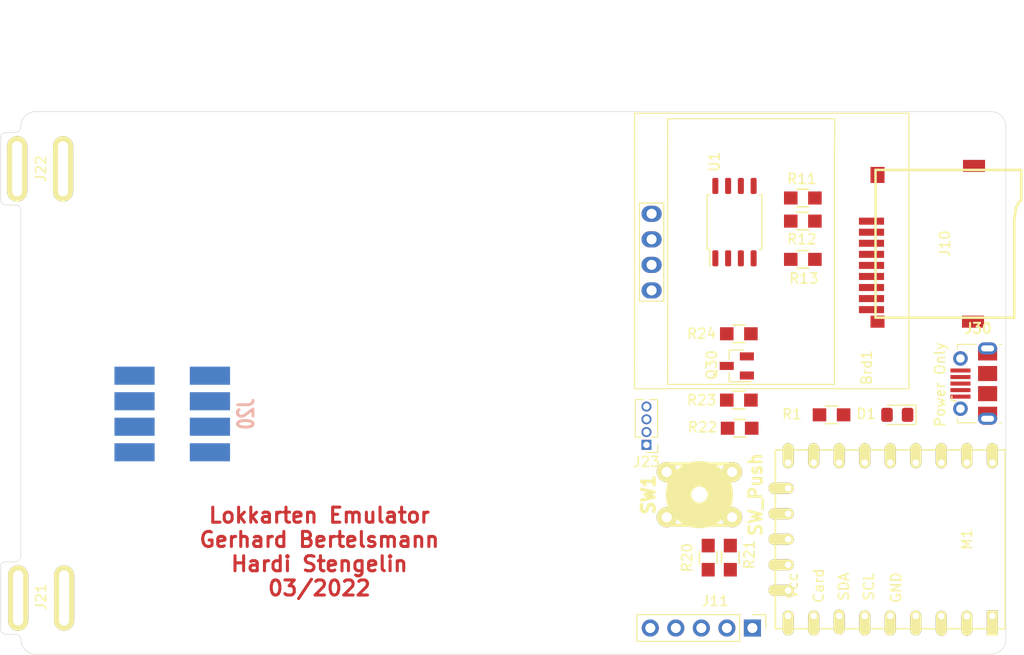
<source format=kicad_pcb>
(kicad_pcb (version 20171130) (host pcbnew 5.1.12-84ad8e8a86~92~ubuntu20.04.1)

  (general
    (thickness 1.6)
    (drawings 31)
    (tracks 0)
    (zones 0)
    (modules 22)
    (nets 56)
  )

  (page A4)
  (title_block
    (title "Lokkkarten Emulator")
    (date 2022-03-11)
    (rev 0.1)
    (comment 1 "Hardi Stengelin")
    (comment 2 "Gerhard Bertelsmann")
  )

  (layers
    (0 F.Cu signal)
    (31 B.Cu signal)
    (32 B.Adhes user)
    (33 F.Adhes user)
    (34 B.Paste user)
    (35 F.Paste user)
    (36 B.SilkS user)
    (37 F.SilkS user)
    (38 B.Mask user)
    (39 F.Mask user)
    (40 Dwgs.User user)
    (41 Cmts.User user)
    (42 Eco1.User user)
    (43 Eco2.User user)
    (44 Edge.Cuts user)
    (45 Margin user)
    (46 B.CrtYd user)
    (47 F.CrtYd user)
    (48 B.Fab user)
    (49 F.Fab user)
  )

  (setup
    (last_trace_width 0.3)
    (trace_clearance 0.2)
    (zone_clearance 0.508)
    (zone_45_only no)
    (trace_min 0.2)
    (via_size 0.8)
    (via_drill 0.4)
    (via_min_size 0.4)
    (via_min_drill 0.3)
    (uvia_size 0.3)
    (uvia_drill 0.1)
    (uvias_allowed no)
    (uvia_min_size 0.2)
    (uvia_min_drill 0.1)
    (edge_width 0.05)
    (segment_width 0.2)
    (pcb_text_width 0.3)
    (pcb_text_size 1.5 1.5)
    (mod_edge_width 0.12)
    (mod_text_size 1 1)
    (mod_text_width 0.15)
    (pad_size 1.4 0.8)
    (pad_drill 0)
    (pad_to_mask_clearance 0)
    (aux_axis_origin 0 0)
    (visible_elements FFFFFF7F)
    (pcbplotparams
      (layerselection 0x010fc_ffffffff)
      (usegerberextensions true)
      (usegerberattributes false)
      (usegerberadvancedattributes false)
      (creategerberjobfile false)
      (excludeedgelayer true)
      (linewidth 0.100000)
      (plotframeref false)
      (viasonmask false)
      (mode 1)
      (useauxorigin false)
      (hpglpennumber 1)
      (hpglpenspeed 20)
      (hpglpendiameter 15.000000)
      (psnegative false)
      (psa4output false)
      (plotreference true)
      (plotvalue false)
      (plotinvisibletext false)
      (padsonsilk false)
      (subtractmaskfromsilk true)
      (outputformat 1)
      (mirror false)
      (drillshape 0)
      (scaleselection 1)
      (outputdirectory "gerber/"))
  )

  (net 0 "")
  (net 1 VCC)
  (net 2 GND)
  (net 3 "Net-(D1-Pad2)")
  (net 4 +5V)
  (net 5 /MISO)
  (net 6 /CLK)
  (net 7 /MOSI)
  (net 8 /SCL)
  (net 9 /SDA)
  (net 10 /Card)
  (net 11 /MS2PWR)
  (net 12 "Net-(J20-Pad2)")
  (net 13 "Net-(J20-Pad4)")
  (net 14 "Net-(J20-Pad5)")
  (net 15 "Net-(J20-Pad7)")
  (net 16 "Net-(J21-Pad1)")
  (net 17 "Net-(J30-Pad2)")
  (net 18 "Net-(J30-Pad3)")
  (net 19 "Net-(J30-Pad4)")
  (net 20 "Net-(Q30-Pad1)")
  (net 21 "Net-(SW1-Pad2)")
  (net 22 "Net-(J10-Pad9)")
  (net 23 "Net-(J30-Pad6)")
  (net 24 "Net-(U1-Pad7)")
  (net 25 "Net-(U1-Pad3)")
  (net 26 /CS1)
  (net 27 /CS0)
  (net 28 "Net-(M1-Pad30)")
  (net 29 "Net-(M1-Pad8)")
  (net 30 "Net-(M1-Pad9)")
  (net 31 "Net-(M1-Pad10)")
  (net 32 "Net-(M1-Pad11)")
  (net 33 "Net-(M1-Pad12)")
  (net 34 "Net-(M1-Pad13)")
  (net 35 "Net-(M1-Pad32)")
  (net 36 "Net-(M1-Pad1)")
  (net 37 "Net-(M1-Pad2)")
  (net 38 "Net-(M1-Pad3)")
  (net 39 "Net-(M1-Pad4)")
  (net 40 "Net-(M1-Pad5)")
  (net 41 "Net-(M1-Pad6)")
  (net 42 "Net-(M1-Pad7)")
  (net 43 "Net-(M1-Pad14)")
  (net 44 "Net-(M1-Pad15)")
  (net 45 "Net-(M1-Pad26)")
  (net 46 "Net-(M1-Pad27)")
  (net 47 "Net-(M1-Pad28)")
  (net 48 "Net-(M1-Pad29)")
  (net 49 "Net-(M1-Pad31)")
  (net 50 "Net-(M1-Pad0)")
  (net 51 "Net-(Brd1-Pad2)")
  (net 52 "Net-(Brd1-Pad1)")
  (net 53 "Net-(Brd1-Pad3)")
  (net 54 "Net-(Brd1-Pad4)")
  (net 55 "Net-(SW1-Pad1)")

  (net_class Default "This is the default net class."
    (clearance 0.2)
    (trace_width 0.3)
    (via_dia 0.8)
    (via_drill 0.4)
    (uvia_dia 0.3)
    (uvia_drill 0.1)
    (add_net /CLK)
    (add_net /CS0)
    (add_net /CS1)
    (add_net /Card)
    (add_net /MISO)
    (add_net /MOSI)
    (add_net /SCL)
    (add_net /SDA)
    (add_net "Net-(Brd1-Pad1)")
    (add_net "Net-(Brd1-Pad2)")
    (add_net "Net-(Brd1-Pad3)")
    (add_net "Net-(Brd1-Pad4)")
    (add_net "Net-(D1-Pad2)")
    (add_net "Net-(J10-Pad9)")
    (add_net "Net-(J20-Pad2)")
    (add_net "Net-(J20-Pad4)")
    (add_net "Net-(J20-Pad5)")
    (add_net "Net-(J20-Pad7)")
    (add_net "Net-(J21-Pad1)")
    (add_net "Net-(J30-Pad2)")
    (add_net "Net-(J30-Pad3)")
    (add_net "Net-(J30-Pad4)")
    (add_net "Net-(J30-Pad6)")
    (add_net "Net-(M1-Pad0)")
    (add_net "Net-(M1-Pad1)")
    (add_net "Net-(M1-Pad10)")
    (add_net "Net-(M1-Pad11)")
    (add_net "Net-(M1-Pad12)")
    (add_net "Net-(M1-Pad13)")
    (add_net "Net-(M1-Pad14)")
    (add_net "Net-(M1-Pad15)")
    (add_net "Net-(M1-Pad2)")
    (add_net "Net-(M1-Pad26)")
    (add_net "Net-(M1-Pad27)")
    (add_net "Net-(M1-Pad28)")
    (add_net "Net-(M1-Pad29)")
    (add_net "Net-(M1-Pad3)")
    (add_net "Net-(M1-Pad30)")
    (add_net "Net-(M1-Pad31)")
    (add_net "Net-(M1-Pad32)")
    (add_net "Net-(M1-Pad4)")
    (add_net "Net-(M1-Pad5)")
    (add_net "Net-(M1-Pad6)")
    (add_net "Net-(M1-Pad7)")
    (add_net "Net-(M1-Pad8)")
    (add_net "Net-(M1-Pad9)")
    (add_net "Net-(Q30-Pad1)")
    (add_net "Net-(SW1-Pad1)")
    (add_net "Net-(SW1-Pad2)")
    (add_net "Net-(U1-Pad3)")
    (add_net "Net-(U1-Pad7)")
  )

  (net_class Power ""
    (clearance 0.2)
    (trace_width 0.5)
    (via_dia 0.8)
    (via_drill 0.4)
    (uvia_dia 0.3)
    (uvia_drill 0.1)
    (add_net +5V)
    (add_net /MS2PWR)
    (add_net GND)
    (add_net VCC)
  )

  (module Resistors_SMD:R_0805_HandSolderingII (layer F.Cu) (tedit 61A5FE06) (tstamp 620A174D)
    (at 171.432 128.709 180)
    (descr "Resistor SMD 0805, hand soldering")
    (tags "resistor 0805")
    (path /621B31C1)
    (attr smd)
    (fp_text reference R23 (at 3.7 0) (layer F.SilkS)
      (effects (font (size 1 1) (thickness 0.15)))
    )
    (fp_text value 1k (at 0 2.1) (layer F.Fab)
      (effects (font (size 1 1) (thickness 0.15)))
    )
    (fp_line (start -2.2 -1) (end 2.2 -1) (layer F.CrtYd) (width 0.05))
    (fp_line (start -2.2 1) (end 2.2 1) (layer F.CrtYd) (width 0.05))
    (fp_line (start -2.2 -1) (end -2.2 1) (layer F.CrtYd) (width 0.05))
    (fp_line (start 2.2 -1) (end 2.2 1) (layer F.CrtYd) (width 0.05))
    (fp_line (start 0.6 0.875) (end -0.6 0.875) (layer F.SilkS) (width 0.15))
    (fp_line (start -0.6 -0.875) (end 0.6 -0.875) (layer F.SilkS) (width 0.15))
    (pad 1 smd rect (at -1.2 0 180) (size 1.35 1.3) (layers F.Cu F.Paste F.Mask)
      (net 10 /Card))
    (pad 2 smd rect (at 1.2 0 180) (size 1.35 1.3) (layers F.Cu F.Paste F.Mask)
      (net 20 "Net-(Q30-Pad1)"))
    (model ${KISYS3DMOD}/Resistor_SMD.3dshapes/R_0805_2012Metric.step
      (at (xyz 0 0 0))
      (scale (xyz 1 1 1))
      (rotate (xyz 0 0 0))
    )
  )

  (module Resistors_SMD:R_0805_HandSolderingII (layer F.Cu) (tedit 61A5FE06) (tstamp 620A1741)
    (at 171.5135 131.5085)
    (descr "Resistor SMD 0805, hand soldering")
    (tags "resistor 0805")
    (path /621B397D)
    (attr smd)
    (fp_text reference R22 (at -3.7 -0.1) (layer F.SilkS)
      (effects (font (size 1 1) (thickness 0.15)))
    )
    (fp_text value 1k (at 0 2.1) (layer F.Fab) hide
      (effects (font (size 1 1) (thickness 0.15)))
    )
    (fp_line (start -0.6 -0.875) (end 0.6 -0.875) (layer F.SilkS) (width 0.15))
    (fp_line (start 0.6 0.875) (end -0.6 0.875) (layer F.SilkS) (width 0.15))
    (fp_line (start 2.2 -1) (end 2.2 1) (layer F.CrtYd) (width 0.05))
    (fp_line (start -2.2 -1) (end -2.2 1) (layer F.CrtYd) (width 0.05))
    (fp_line (start -2.2 1) (end 2.2 1) (layer F.CrtYd) (width 0.05))
    (fp_line (start -2.2 -1) (end 2.2 -1) (layer F.CrtYd) (width 0.05))
    (pad 2 smd rect (at 1.2 0) (size 1.35 1.3) (layers F.Cu F.Paste F.Mask)
      (net 10 /Card))
    (pad 1 smd rect (at -1.2 0) (size 1.35 1.3) (layers F.Cu F.Paste F.Mask)
      (net 1 VCC))
    (model ${KISYS3DMOD}/Resistor_SMD.3dshapes/R_0805_2012Metric.step
      (at (xyz 0 0 0))
      (scale (xyz 1 1 1))
      (rotate (xyz 0 0 0))
    )
  )

  (module w_switch:PCB_PUSH (layer F.Cu) (tedit 0) (tstamp 622C8D9C)
    (at 167.513 138.1125 90)
    (descr "PCB pushbutton, Tyco FSM6x6 series")
    (tags pushbutton)
    (path /62428719)
    (fp_text reference SW1 (at 0 -5.08 90) (layer F.SilkS)
      (effects (font (size 1.27 1.27) (thickness 0.3175)))
    )
    (fp_text value SW_Push (at 0 5.588 90) (layer F.SilkS)
      (effects (font (size 1.27 1.27) (thickness 0.254)))
    )
    (fp_line (start -3.048 -3.048) (end 3.048 -3.048) (layer F.SilkS) (width 0.3048))
    (fp_line (start 3.048 -3.048) (end 3.048 3.048) (layer F.SilkS) (width 0.3048))
    (fp_line (start 3.048 3.048) (end -3.048 3.048) (layer F.SilkS) (width 0.3048))
    (fp_line (start -3.048 3.048) (end -3.048 -3.048) (layer F.SilkS) (width 0.3048))
    (fp_circle (center 0 0) (end -0.762 0.254) (layer F.SilkS) (width 2.54))
    (pad 3 thru_hole circle (at -2.25044 3.2512 90) (size 1.99898 1.99898) (drill 1.00076) (layers *.Cu *.Mask F.SilkS))
    (pad 4 thru_hole circle (at 2.25044 -3.2512 90) (size 1.99898 1.99898) (drill 1.00076) (layers *.Cu *.Mask F.SilkS))
    (pad 2 thru_hole circle (at 2.25044 3.2512 90) (size 1.99898 1.99898) (drill 1.00076) (layers *.Cu *.Mask F.SilkS)
      (net 21 "Net-(SW1-Pad2)"))
    (pad 1 thru_hole circle (at -2.25044 -3.2512 90) (size 1.99898 1.99898) (drill 1.00076) (layers *.Cu *.Mask F.SilkS)
      (net 55 "Net-(SW1-Pad1)"))
    (model walter/switch/pcb_push.wrl
      (at (xyz 0 0 0))
      (scale (xyz 1 1 1))
      (rotate (xyz 0 0 0))
    )
  )

  (module Lokkarten:128x64OLED (layer F.Cu) (tedit 622B5961) (tstamp 622C79BE)
    (at 173.355 114.173 90)
    (path /6241CB55)
    (fp_text reference Brd1 (at -11.303 10.795 90) (layer F.SilkS)
      (effects (font (size 1 1) (thickness 0.15)))
    )
    (fp_text value SSD1306 (at -7.747 -7.62 90) (layer F.Fab)
      (effects (font (size 1 1) (thickness 0.15)))
    )
    (fp_line (start -13.4 -12.3) (end 14 -12.3) (layer F.SilkS) (width 0.12))
    (fp_line (start 14 -12.3) (end 14 15) (layer F.SilkS) (width 0.12))
    (fp_line (start 14 15) (end -13.4 15) (layer F.SilkS) (width 0.12))
    (fp_line (start -13.4 15) (end -13.4 -12.3) (layer F.SilkS) (width 0.12))
    (fp_line (start 10.122 7.595) (end -12.978 7.595) (layer F.SilkS) (width 0.12))
    (fp_line (start -12.978 7.595) (end -12.978 -9.005) (layer F.SilkS) (width 0.12))
    (fp_line (start -12.978 -9.005) (end 10.122 -9.005) (layer F.SilkS) (width 0.12))
    (fp_line (start -4.699 -11.811) (end 5.08 -11.811) (layer F.SilkS) (width 0.12))
    (fp_line (start 5.08 -11.811) (end 5.08 -9.398) (layer F.SilkS) (width 0.12))
    (fp_line (start 5.08 -9.398) (end -4.699 -9.398) (layer F.SilkS) (width 0.12))
    (fp_line (start -4.699 -11.811) (end -4.699 -9.398) (layer F.SilkS) (width 0.12))
    (fp_line (start 10.122 -9.005) (end 13.208 -9.005) (layer F.SilkS) (width 0.12))
    (fp_line (start 10.122 7.595) (end 13.462 7.62) (layer F.SilkS) (width 0.12))
    (fp_line (start 13.462 7.62) (end 13.462 -9.017) (layer F.SilkS) (width 0.12))
    (fp_line (start 13.462 -9.017) (end 13.208 -9.005) (layer F.SilkS) (width 0.12))
    (pad 2 thru_hole oval (at -1.08 -10.6 180) (size 2 1.6) (drill 1) (layers *.Cu *.Mask)
      (net 51 "Net-(Brd1-Pad2)"))
    (pad 1 thru_hole oval (at -3.62 -10.6 180) (size 2 1.6) (drill 1) (layers *.Cu *.Mask)
      (net 52 "Net-(Brd1-Pad1)"))
    (pad 3 thru_hole oval (at 1.46 -10.6 180) (size 2 1.6) (drill 1) (layers *.Cu *.Mask)
      (net 53 "Net-(Brd1-Pad3)"))
    (pad 4 thru_hole oval (at 4 -10.6 180) (size 2 1.6) (drill 1) (layers *.Cu *.Mask)
      (net 54 "Net-(Brd1-Pad4)"))
    (pad "" np_thru_hole oval (at -10.8 -10.7 270) (size 3 3) (drill 3) (layers *.Cu *.Mask))
    (pad "" np_thru_hole circle (at 11.3 -10.7 270) (size 3 3) (drill 3) (layers *.Cu *.Mask))
    (pad "" np_thru_hole circle (at 11.4 13.4 270) (size 3 3) (drill 3) (layers *.Cu *.Mask))
    (pad "" np_thru_hole circle (at -10.8 13.4 270) (size 3 3) (drill 3) (layers *.Cu *.Mask))
  )

  (module Lokkarten:PI_PICO_ZERO (layer F.Cu) (tedit 622B4B9D) (tstamp 622BFCCE)
    (at 186.4995 142.5575 270)
    (descr Module)
    (tags "Rasperry Pi Pico Zero")
    (path /6240208A)
    (fp_text reference M1 (at 0 -7.62 270) (layer F.SilkS)
      (effects (font (size 1 1) (thickness 0.15)))
    )
    (fp_text value PI_PICO_ZERO (at 0 -3.81 270) (layer F.Fab) hide
      (effects (font (size 1 1) (thickness 0.15)))
    )
    (fp_line (start -8.89 -11.43) (end -8.89 11.43) (layer F.SilkS) (width 0.1524))
    (fp_line (start 8.89 -11.43) (end 8.89 11.43) (layer F.SilkS) (width 0.1524))
    (fp_line (start 8.89 -11.43) (end -8.89 -11.43) (layer F.SilkS) (width 0.1524))
    (fp_line (start -8.89 -11.43) (end 8.89 -11.43) (layer F.CrtYd) (width 0.05))
    (fp_line (start -8.89 11.43) (end 8.89 11.43) (layer F.SilkS) (width 0.1524))
    (fp_line (start -8.89 11.43) (end -8.89 -11.43) (layer F.CrtYd) (width 0.05))
    (fp_line (start 8.89 11.43) (end -8.89 11.43) (layer F.CrtYd) (width 0.05))
    (fp_line (start 8.89 -11.43) (end 8.89 11.43) (layer F.CrtYd) (width 0.05))
    (pad 30 thru_hole oval (at -7.62 -5.08 270) (size 2.5 1.1) (drill 0.65 (offset -0.7 0)) (layers *.Cu *.Mask F.SilkS)
      (net 28 "Net-(M1-Pad30)"))
    (pad 8 thru_hole oval (at 7.62 10.16 90) (size 2.5 1.1) (drill 0.65 (offset -0.7 0)) (layers *.Cu *.Mask F.SilkS)
      (net 29 "Net-(M1-Pad8)"))
    (pad 9 thru_hole oval (at 5.08 10.16) (size 2.5 1.1) (drill 0.65 (offset -0.7 0)) (layers *.Cu *.Mask F.SilkS)
      (net 30 "Net-(M1-Pad9)"))
    (pad 10 thru_hole oval (at 2.54 10.16) (size 2.5 1.1) (drill 0.65 (offset -0.7 0)) (layers *.Cu *.Mask F.SilkS)
      (net 31 "Net-(M1-Pad10)"))
    (pad 11 thru_hole oval (at 0 10.16) (size 2.5 1.1) (drill 0.65 (offset -0.7 0)) (layers *.Cu *.Mask F.SilkS)
      (net 32 "Net-(M1-Pad11)"))
    (pad 12 thru_hole oval (at -2.54 10.16) (size 2.5 1.1) (drill 0.65 (offset -0.7 0)) (layers *.Cu *.Mask F.SilkS)
      (net 33 "Net-(M1-Pad12)"))
    (pad 13 thru_hole oval (at -5.08 10.16) (size 2.5 1.1) (drill 0.65 (offset -0.7 0)) (layers *.Cu *.Mask F.SilkS)
      (net 34 "Net-(M1-Pad13)"))
    (pad 32 thru_hole oval (at -7.62 -10.16 90) (size 2.5 1.1) (drill 0.65 (offset 0.7 0)) (layers *.Cu *.Mask F.SilkS)
      (net 35 "Net-(M1-Pad32)"))
    (pad 1 thru_hole oval (at 7.65 -7.62 270) (size 2.5 1.1) (drill 0.65 (offset 0.7 0)) (layers *.Cu *.Mask F.SilkS)
      (net 36 "Net-(M1-Pad1)"))
    (pad 2 thru_hole oval (at 7.65 -5.08 270) (size 2.5 1.1) (drill 0.65 (offset 0.7 0)) (layers *.Cu *.Mask F.SilkS)
      (net 37 "Net-(M1-Pad2)"))
    (pad 3 thru_hole oval (at 7.62 -2.54 270) (size 2.5 1.1) (drill 0.65 (offset 0.7 0)) (layers *.Cu *.Mask F.SilkS)
      (net 38 "Net-(M1-Pad3)"))
    (pad 4 thru_hole oval (at 7.62 0 270) (size 2.5 1.1) (drill 0.65 (offset 0.7 0)) (layers *.Cu *.Mask F.SilkS)
      (net 39 "Net-(M1-Pad4)"))
    (pad 5 thru_hole oval (at 7.62 2.54 270) (size 2.5 1.1) (drill 0.65 (offset 0.7 0)) (layers *.Cu *.Mask F.SilkS)
      (net 40 "Net-(M1-Pad5)"))
    (pad 6 thru_hole oval (at 7.62 5.08 270) (size 2.5 1.1) (drill 0.65 (offset 0.6 0)) (layers *.Cu *.Mask F.SilkS)
      (net 41 "Net-(M1-Pad6)"))
    (pad 7 thru_hole oval (at 7.62 7.62 270) (size 2.5 1.1) (drill 0.65 (offset 0.7 0)) (layers *.Cu *.Mask F.SilkS)
      (net 42 "Net-(M1-Pad7)"))
    (pad 14 thru_hole oval (at -7.62 10.16 270) (size 2.5 1.1) (drill 0.65 (offset -0.7 0)) (layers *.Cu *.Mask F.SilkS)
      (net 43 "Net-(M1-Pad14)"))
    (pad 15 thru_hole oval (at -7.62 7.62 270) (size 2.5 1.1) (drill 0.65 (offset -0.7 0)) (layers *.Cu *.Mask F.SilkS)
      (net 44 "Net-(M1-Pad15)"))
    (pad 26 thru_hole oval (at -7.62 5.08 270) (size 2.5 1.1) (drill 0.65 (offset -0.7 0)) (layers *.Cu *.Mask F.SilkS)
      (net 45 "Net-(M1-Pad26)"))
    (pad 27 thru_hole oval (at -7.62 2.54 270) (size 2.5 1.1) (drill 0.65 (offset -0.7 0)) (layers *.Cu *.Mask F.SilkS)
      (net 46 "Net-(M1-Pad27)"))
    (pad 28 thru_hole oval (at -7.62 0 270) (size 2.5 1.1) (drill 0.65 (offset -0.7 0)) (layers *.Cu *.Mask F.SilkS)
      (net 47 "Net-(M1-Pad28)"))
    (pad 29 thru_hole oval (at -7.62 -2.54 270) (size 2.5 1.1) (drill 0.65 (offset -0.7 0)) (layers *.Cu *.Mask F.SilkS)
      (net 48 "Net-(M1-Pad29)"))
    (pad 31 thru_hole oval (at -7.62 -7.62 270) (size 2.5 1.1) (drill 0.65 (offset -0.7 0)) (layers *.Cu *.Mask F.SilkS)
      (net 49 "Net-(M1-Pad31)"))
    (pad 0 thru_hole rect (at 7.62 -10.16 90) (size 2.5 1.1) (drill 0.65 (offset -0.7 0)) (layers *.Cu *.Mask F.SilkS)
      (net 50 "Net-(M1-Pad0)"))
    (model ${KIPRJMOD}/Lokkarten.pretty/RP2040_Zero.stp
      (offset (xyz -9 -11.9 3))
      (scale (xyz 1 1 1))
      (rotate (xyz 0 0 0))
    )
  )

  (module Package_SO:SOIC-8_5.23x5.23mm_P1.27mm (layer F.Cu) (tedit 5D9F72B1) (tstamp 622B3BB5)
    (at 171 111 90)
    (descr "SOIC, 8 Pin (http://www.winbond.com/resource-files/w25q32jv%20revg%2003272018%20plus.pdf#page=68), generated with kicad-footprint-generator ipc_gullwing_generator.py")
    (tags "SOIC SO")
    (path /623918D5)
    (attr smd)
    (fp_text reference U1 (at 6 -2 90) (layer F.SilkS)
      (effects (font (size 1 1) (thickness 0.15)))
    )
    (fp_text value W25Q128JVS (at 0 -4 90) (layer F.Fab)
      (effects (font (size 1 1) (thickness 0.15)))
    )
    (fp_text user %R (at 0 0 90) (layer F.Fab)
      (effects (font (size 1 1) (thickness 0.15)))
    )
    (fp_line (start 0 2.725) (end 2.725 2.725) (layer F.SilkS) (width 0.12))
    (fp_line (start 2.725 2.725) (end 2.725 2.465) (layer F.SilkS) (width 0.12))
    (fp_line (start 0 2.725) (end -2.725 2.725) (layer F.SilkS) (width 0.12))
    (fp_line (start -2.725 2.725) (end -2.725 2.465) (layer F.SilkS) (width 0.12))
    (fp_line (start 0 -2.725) (end 2.725 -2.725) (layer F.SilkS) (width 0.12))
    (fp_line (start 2.725 -2.725) (end 2.725 -2.465) (layer F.SilkS) (width 0.12))
    (fp_line (start 0 -2.725) (end -2.725 -2.725) (layer F.SilkS) (width 0.12))
    (fp_line (start -2.725 -2.725) (end -2.725 -2.465) (layer F.SilkS) (width 0.12))
    (fp_line (start -2.725 -2.465) (end -4.4 -2.465) (layer F.SilkS) (width 0.12))
    (fp_line (start -1.615 -2.615) (end 2.615 -2.615) (layer F.Fab) (width 0.1))
    (fp_line (start 2.615 -2.615) (end 2.615 2.615) (layer F.Fab) (width 0.1))
    (fp_line (start 2.615 2.615) (end -2.615 2.615) (layer F.Fab) (width 0.1))
    (fp_line (start -2.615 2.615) (end -2.615 -1.615) (layer F.Fab) (width 0.1))
    (fp_line (start -2.615 -1.615) (end -1.615 -2.615) (layer F.Fab) (width 0.1))
    (fp_line (start -4.65 -2.86) (end -4.65 2.86) (layer F.CrtYd) (width 0.05))
    (fp_line (start -4.65 2.86) (end 4.65 2.86) (layer F.CrtYd) (width 0.05))
    (fp_line (start 4.65 2.86) (end 4.65 -2.86) (layer F.CrtYd) (width 0.05))
    (fp_line (start 4.65 -2.86) (end -4.65 -2.86) (layer F.CrtYd) (width 0.05))
    (pad 8 smd roundrect (at 3.6 -1.905 90) (size 1.6 0.6) (layers F.Cu F.Paste F.Mask) (roundrect_rratio 0.25)
      (net 1 VCC))
    (pad 7 smd roundrect (at 3.6 -0.635 90) (size 1.6 0.6) (layers F.Cu F.Paste F.Mask) (roundrect_rratio 0.25)
      (net 24 "Net-(U1-Pad7)"))
    (pad 6 smd roundrect (at 3.6 0.635 90) (size 1.6 0.6) (layers F.Cu F.Paste F.Mask) (roundrect_rratio 0.25)
      (net 6 /CLK))
    (pad 5 smd roundrect (at 3.6 1.905 90) (size 1.6 0.6) (layers F.Cu F.Paste F.Mask) (roundrect_rratio 0.25)
      (net 7 /MOSI))
    (pad 4 smd roundrect (at -3.6 1.905 90) (size 1.6 0.6) (layers F.Cu F.Paste F.Mask) (roundrect_rratio 0.25)
      (net 2 GND))
    (pad 3 smd roundrect (at -3.6 0.635 90) (size 1.6 0.6) (layers F.Cu F.Paste F.Mask) (roundrect_rratio 0.25)
      (net 25 "Net-(U1-Pad3)"))
    (pad 2 smd roundrect (at -3.6 -0.635 90) (size 1.6 0.6) (layers F.Cu F.Paste F.Mask) (roundrect_rratio 0.25)
      (net 5 /MISO))
    (pad 1 smd roundrect (at -3.6 -1.905 90) (size 1.6 0.6) (layers F.Cu F.Paste F.Mask) (roundrect_rratio 0.25)
      (net 26 /CS1))
    (model ${KISYS3DMOD}/Package_SO.3dshapes/SOIC-8_5.23x5.23mm_P1.27mm.wrl
      (at (xyz 0 0 0))
      (scale (xyz 1 1 1))
      (rotate (xyz 0 0 0))
    )
    (model ${KISYS3DMOD}/walter/smd_dil/so-8.wrl
      (at (xyz 0 0 0))
      (scale (xyz 1 1 1))
      (rotate (xyz 0 0 -90))
    )
  )

  (module w_conn_misc:MS2_Edge (layer F.Cu) (tedit 62095596) (tstamp 622B1749)
    (at 104.2 105.7 90)
    (path /622BD65B)
    (fp_text reference J22 (at 0 -2.2 90) (layer F.SilkS)
      (effects (font (size 1 1) (thickness 0.15)))
    )
    (fp_text value "Card Edge" (at 0 1.651 90) (layer F.Fab)
      (effects (font (size 1 1) (thickness 0.15)))
    )
    (pad 2 thru_hole oval (at 0 -4.572 90) (size 6.5 2) (drill oval 5.5 1) (layers *.Cu *.Mask F.SilkS)
      (net 16 "Net-(J21-Pad1)"))
    (pad 1 thru_hole oval (at 0 0 90) (size 6.5 2) (drill oval 5.5 1) (layers *.Cu *.Mask F.SilkS)
      (net 16 "Net-(J21-Pad1)"))
  )

  (module Connector_PinHeader_1.27mm:PinHeader_1x04_P1.27mm_Vertical (layer F.Cu) (tedit 59FED6E3) (tstamp 620B484C)
    (at 162.2425 133.1595 180)
    (descr "Through hole straight pin header, 1x04, 1.27mm pitch, single row")
    (tags "Through hole pin header THT 1x04 1.27mm single row")
    (path /6290A726)
    (fp_text reference J23 (at 0 -1.695) (layer F.SilkS)
      (effects (font (size 1 1) (thickness 0.15)))
    )
    (fp_text value Conn_01x04 (at 0 5.505) (layer F.Fab) hide
      (effects (font (size 1 1) (thickness 0.15)))
    )
    (fp_line (start -0.525 -0.635) (end 1.05 -0.635) (layer F.Fab) (width 0.1))
    (fp_line (start 1.05 -0.635) (end 1.05 4.445) (layer F.Fab) (width 0.1))
    (fp_line (start 1.05 4.445) (end -1.05 4.445) (layer F.Fab) (width 0.1))
    (fp_line (start -1.05 4.445) (end -1.05 -0.11) (layer F.Fab) (width 0.1))
    (fp_line (start -1.05 -0.11) (end -0.525 -0.635) (layer F.Fab) (width 0.1))
    (fp_line (start -1.11 4.505) (end -0.30753 4.505) (layer F.SilkS) (width 0.12))
    (fp_line (start 0.30753 4.505) (end 1.11 4.505) (layer F.SilkS) (width 0.12))
    (fp_line (start -1.11 0.76) (end -1.11 4.505) (layer F.SilkS) (width 0.12))
    (fp_line (start 1.11 0.76) (end 1.11 4.505) (layer F.SilkS) (width 0.12))
    (fp_line (start -1.11 0.76) (end -0.563471 0.76) (layer F.SilkS) (width 0.12))
    (fp_line (start 0.563471 0.76) (end 1.11 0.76) (layer F.SilkS) (width 0.12))
    (fp_line (start -1.11 0) (end -1.11 -0.76) (layer F.SilkS) (width 0.12))
    (fp_line (start -1.11 -0.76) (end 0 -0.76) (layer F.SilkS) (width 0.12))
    (fp_line (start -1.55 -1.15) (end -1.55 4.95) (layer F.CrtYd) (width 0.05))
    (fp_line (start -1.55 4.95) (end 1.55 4.95) (layer F.CrtYd) (width 0.05))
    (fp_line (start 1.55 4.95) (end 1.55 -1.15) (layer F.CrtYd) (width 0.05))
    (fp_line (start 1.55 -1.15) (end -1.55 -1.15) (layer F.CrtYd) (width 0.05))
    (fp_text user %R (at 0 1.905 90) (layer F.Fab)
      (effects (font (size 1 1) (thickness 0.15)))
    )
    (pad 4 thru_hole oval (at 0 3.81 180) (size 1 1) (drill 0.65) (layers *.Cu *.Mask)
      (net 12 "Net-(J20-Pad2)"))
    (pad 3 thru_hole oval (at 0 2.54 180) (size 1 1) (drill 0.65) (layers *.Cu *.Mask)
      (net 13 "Net-(J20-Pad4)"))
    (pad 2 thru_hole oval (at 0 1.27 180) (size 1 1) (drill 0.65) (layers *.Cu *.Mask)
      (net 14 "Net-(J20-Pad5)"))
    (pad 1 thru_hole rect (at 0 0 180) (size 1 1) (drill 0.65) (layers *.Cu *.Mask)
      (net 15 "Net-(J20-Pad7)"))
  )

  (module w_conn_misc:GCT-MEM2055-00-190-01-A (layer F.Cu) (tedit 620A206A) (tstamp 620AC031)
    (at 183.8325 113.157 270)
    (descr http://www.farnell.com/datasheets/1917242.pdf)
    (tags "MicroSD card socket")
    (path /628636B3)
    (fp_text reference J10 (at 0 -8.1 90) (layer F.SilkS)
      (effects (font (size 1 1) (thickness 0.15)))
    )
    (fp_text value MicroSD_SPI_CD (at 0.2 -5.6 90) (layer F.Fab)
      (effects (font (size 1 1) (thickness 0.15)))
    )
    (fp_line (start 7.35 -1.2) (end 7.35 -15) (layer F.SilkS) (width 0.25))
    (fp_line (start 7.35 -1.2) (end -7.35 -1.2) (layer F.SilkS) (width 0.25))
    (fp_line (start -7.35 -15.7) (end -7.35 -1.2) (layer F.SilkS) (width 0.25))
    (fp_line (start -4.35 -15.7) (end -7.35 -15.7) (layer F.SilkS) (width 0.25))
    (fp_line (start -4.05 -15.4) (end -4.35 -15.7) (layer F.SilkS) (width 0.25))
    (fp_line (start -3.65 -15.2) (end -4.05 -15.4) (layer F.SilkS) (width 0.25))
    (fp_line (start -3.05 -15.1) (end -3.65 -15.2) (layer F.SilkS) (width 0.25))
    (fp_line (start -2.35 -15) (end -3.05 -15.1) (layer F.SilkS) (width 0.25))
    (fp_line (start 7.35 -15) (end -2.35 -15) (layer F.SilkS) (width 0.25))
    (fp_line (start -8.6 -12.35) (end -8.6 -9.65) (layer F.CrtYd) (width 0.05))
    (fp_line (start -7.6 -15.95) (end 7.6 -15.95) (layer F.CrtYd) (width 0.05))
    (fp_line (start 8.6 -12.25) (end 8.6 -9.55) (layer F.CrtYd) (width 0.05))
    (fp_line (start -7.9 0.25) (end 8.6 0.25) (layer F.CrtYd) (width 0.05))
    (fp_line (start -7.6 -9.65) (end -7.6 -2.35) (layer F.CrtYd) (width 0.05))
    (fp_line (start -8.6 -9.65) (end -7.6 -9.65) (layer F.CrtYd) (width 0.05))
    (fp_line (start 7.6 -12.25) (end 8.6 -12.25) (layer F.CrtYd) (width 0.05))
    (fp_line (start 7.6 -15.95) (end 7.6 -12.25) (layer F.CrtYd) (width 0.05))
    (fp_line (start -7.6 -12.35) (end -7.6 -15.95) (layer F.CrtYd) (width 0.05))
    (fp_line (start -8.6 -12.35) (end -7.6 -12.35) (layer F.CrtYd) (width 0.05))
    (fp_line (start 7.6 -9.55) (end 8.6 -9.55) (layer F.CrtYd) (width 0.05))
    (fp_line (start 7.6 -9.55) (end 7.6 -2.35) (layer F.CrtYd) (width 0.05))
    (fp_line (start 7.6 -2.35) (end 8.6 -2.35) (layer F.CrtYd) (width 0.05))
    (fp_line (start 8.6 -2.35) (end 8.6 0.25) (layer F.CrtYd) (width 0.05))
    (fp_line (start -7.9 -2.35) (end -7.9 0.25) (layer F.CrtYd) (width 0.05))
    (fp_line (start -7.6 -2.35) (end -7.9 -2.35) (layer F.CrtYd) (width 0.05))
    (pad 8 smd rect (at 5.45 -0.8 270) (size 0.7 2.5) (layers F.Cu F.Paste F.Mask))
    (pad 7 smd rect (at 4.35 -0.8 270) (size 0.7 2.5) (layers F.Cu F.Paste F.Mask)
      (net 5 /MISO))
    (pad 6 smd rect (at 3.25 -0.8 270) (size 0.7 2.5) (layers F.Cu F.Paste F.Mask)
      (net 2 GND))
    (pad 5 smd rect (at 2.15 -0.8 270) (size 0.7 2.5) (layers F.Cu F.Paste F.Mask)
      (net 6 /CLK))
    (pad 4 smd rect (at 1.05 -0.8 270) (size 0.7 2.5) (layers F.Cu F.Paste F.Mask)
      (net 1 VCC))
    (pad 3 smd rect (at -0.05 -0.8 270) (size 0.7 2.5) (layers F.Cu F.Paste F.Mask)
      (net 7 /MOSI))
    (pad 2 smd rect (at -1.15 -0.8 270) (size 0.7 2.5) (layers F.Cu F.Paste F.Mask)
      (net 27 /CS0))
    (pad 1 smd rect (at -2.25 -0.8 270) (size 0.7 2.5) (layers F.Cu F.Paste F.Mask))
    (pad 10 smd rect (at 7.75 -1.4 270) (size 1.2 1.4) (layers F.Cu F.Paste F.Mask))
    (pad "" smd rect (at -6.85 -1.4 270) (size 1.6 1.4) (layers F.Cu F.Paste F.Mask))
    (pad ~ smd rect (at -7.75 -11 90) (size 1.2 2.2) (layers F.Cu F.Paste F.Mask))
    (pad "" smd rect (at 7.75 -10.9 90) (size 1.2 2.2) (layers F.Cu F.Paste F.Mask))
    (pad 9 smd rect (at 6.55 -0.8 270) (size 0.7 2.5) (layers F.Cu F.Paste F.Mask)
      (net 22 "Net-(J10-Pad9)"))
    (pad "" np_thru_hole circle (at 4.95 -11.3 90) (size 1 1) (drill 1) (layers *.Cu *.Mask F.SilkS))
    (pad "" np_thru_hole circle (at -3.05 -11.3 90) (size 1 1) (drill 1) (layers *.Cu *.Mask F.SilkS))
    (model GCT-MEM2055-00-190-01-A.wrl
      (at (xyz 0 0 0))
      (scale (xyz 1 1 1))
      (rotate (xyz 0 0 0))
    )
    (model ${KIPRJMOD}/sd-card-conn/GCT-MEM2055-00-190-01-A.wrl
      (at (xyz 0 0 0))
      (scale (xyz 1 1 1))
      (rotate (xyz 0 0 0))
    )
  )

  (module Connector_USB:USB_Micro-B_Molex-105017-0001 (layer F.Cu) (tedit 620A0F02) (tstamp 620A1620)
    (at 194.945 127.0635 90)
    (descr http://www.molex.com/pdm_docs/sd/1050170001_sd.pdf)
    (tags "Micro-USB SMD Typ-B")
    (path /62091BB3)
    (attr smd)
    (fp_text reference J30 (at 5.5 0.3 180) (layer F.SilkS)
      (effects (font (size 0.99822 0.99822) (thickness 0.19558)))
    )
    (fp_text value "Power Only" (at -0.106 -3.5 90) (layer F.SilkS)
      (effects (font (size 0.99822 0.99822) (thickness 0.15)))
    )
    (fp_line (start -1.1 -2.1225) (end -1.1 -1.9125) (layer F.Fab) (width 0.1))
    (fp_line (start -1.5 -2.1225) (end -1.5 -1.9125) (layer F.Fab) (width 0.1))
    (fp_line (start -1.5 -2.1225) (end -1.1 -2.1225) (layer F.Fab) (width 0.1))
    (fp_line (start -1.1 -1.9125) (end -1.3 -1.7125) (layer F.Fab) (width 0.1))
    (fp_line (start -1.3 -1.7125) (end -1.5 -1.9125) (layer F.Fab) (width 0.1))
    (fp_line (start -1.7 -2.3125) (end -1.7 -1.8625) (layer F.SilkS) (width 0.12))
    (fp_line (start -1.7 -2.3125) (end -1.25 -2.3125) (layer F.SilkS) (width 0.12))
    (fp_line (start 3.9 -1.7625) (end 3.45 -1.7625) (layer F.SilkS) (width 0.12))
    (fp_line (start 3.9 0.0875) (end 3.9 -1.7625) (layer F.SilkS) (width 0.12))
    (fp_line (start -3.9 2.6375) (end -3.9 2.3875) (layer F.SilkS) (width 0.12))
    (fp_line (start -3.75 3.3875) (end -3.75 -1.6125) (layer F.Fab) (width 0.1))
    (fp_line (start -3.75 -1.6125) (end 3.75 -1.6125) (layer F.Fab) (width 0.1))
    (fp_line (start -3.75 3.389204) (end 3.75 3.389204) (layer F.Fab) (width 0.1))
    (fp_line (start -3 2.689204) (end 3 2.689204) (layer F.Fab) (width 0.1))
    (fp_line (start 3.75 3.3875) (end 3.75 -1.6125) (layer F.Fab) (width 0.1))
    (fp_line (start 3.9 2.6375) (end 3.9 2.3875) (layer F.SilkS) (width 0.12))
    (fp_line (start -3.9 0.0875) (end -3.9 -1.7625) (layer F.SilkS) (width 0.12))
    (fp_line (start -3.9 -1.7625) (end -3.45 -1.7625) (layer F.SilkS) (width 0.12))
    (fp_line (start -4.4 3.64) (end -4.4 -2.46) (layer F.CrtYd) (width 0.05))
    (fp_line (start -4.4 -2.46) (end 4.4 -2.46) (layer F.CrtYd) (width 0.05))
    (fp_line (start 4.4 -2.46) (end 4.4 3.64) (layer F.CrtYd) (width 0.05))
    (fp_line (start -4.4 3.64) (end 4.4 3.64) (layer F.CrtYd) (width 0.05))
    (fp_text user %R (at 0 0.8875 90) (layer F.Fab)
      (effects (font (size 1 1) (thickness 0.15)))
    )
    (fp_text user "PCB Edge" (at 0 2.6875 90) (layer Dwgs.User)
      (effects (font (size 0.5 0.5) (thickness 0.08)))
    )
    (pad 6 smd rect (at -2.9 1.2375 90) (size 1.2 1.9) (layers F.Cu F.Mask)
      (net 23 "Net-(J30-Pad6)"))
    (pad 6 smd rect (at 2.9 1.2375 90) (size 1.2 1.9) (layers F.Cu F.Mask)
      (net 23 "Net-(J30-Pad6)"))
    (pad 6 thru_hole oval (at 3.5 1.2375 90) (size 1.2 1.9) (drill oval 0.6 1.3) (layers *.Cu *.Mask)
      (net 23 "Net-(J30-Pad6)"))
    (pad 6 thru_hole oval (at -3.5 1.2375 270) (size 1.2 1.9) (drill oval 0.6 1.3) (layers *.Cu *.Mask)
      (net 23 "Net-(J30-Pad6)"))
    (pad 6 smd rect (at -1 1.2375 90) (size 1.5 1.9) (layers F.Cu F.Paste F.Mask)
      (net 23 "Net-(J30-Pad6)"))
    (pad 6 thru_hole circle (at 2.5 -1.4625 90) (size 1.45 1.45) (drill 0.85) (layers *.Cu *.Mask)
      (net 23 "Net-(J30-Pad6)"))
    (pad 3 smd rect (at 0 -1.4625 90) (size 0.4 2) (layers F.Cu F.Paste F.Mask)
      (net 18 "Net-(J30-Pad3)"))
    (pad 4 smd rect (at 0.65 -1.4625 90) (size 0.4 2) (layers F.Cu F.Paste F.Mask)
      (net 19 "Net-(J30-Pad4)"))
    (pad 5 smd rect (at 1.3 -1.4625 90) (size 0.4 2) (layers F.Cu F.Paste F.Mask)
      (net 2 GND))
    (pad 1 smd rect (at -1.3 -1.4625 90) (size 0.4 2) (layers F.Cu F.Paste F.Mask)
      (net 4 +5V))
    (pad 2 smd rect (at -0.65 -1.4625 90) (size 0.4 2) (layers F.Cu F.Paste F.Mask)
      (net 17 "Net-(J30-Pad2)"))
    (pad 6 thru_hole circle (at -2.5 -1.4625 90) (size 1.45 1.45) (drill 0.85) (layers *.Cu *.Mask)
      (net 23 "Net-(J30-Pad6)"))
    (pad 6 smd rect (at 1 1.2375 90) (size 1.5 1.9) (layers F.Cu F.Paste F.Mask)
      (net 23 "Net-(J30-Pad6)"))
    (model ${KISYS3DMOD}/Connector_USB.3dshapes/USB_Micro-B_Molex-105017-0001.wrl
      (offset (xyz 0 -1 1.5))
      (scale (xyz 0.4 0.5 0.4))
      (rotate (xyz -90 0 0))
    )
  )

  (module LED_SMD:LED_0805_2012Metric_Pad1.15x1.40mm_HandSolder (layer F.Cu) (tedit 5F68FEF1) (tstamp 620A1563)
    (at 187.198 130.175 180)
    (descr "LED SMD 0805 (2012 Metric), square (rectangular) end terminal, IPC_7351 nominal, (Body size source: https://docs.google.com/spreadsheets/d/1BsfQQcO9C6DZCsRaXUlFlo91Tg2WpOkGARC1WS5S8t0/edit?usp=sharing), generated with kicad-footprint-generator")
    (tags "LED handsolder")
    (path /62269748)
    (attr smd)
    (fp_text reference D1 (at 3.1 0.1) (layer F.SilkS)
      (effects (font (size 1 1) (thickness 0.15)))
    )
    (fp_text value LED (at 0 1.65) (layer F.Fab)
      (effects (font (size 1 1) (thickness 0.15)))
    )
    (fp_line (start 1 -0.6) (end -0.7 -0.6) (layer F.Fab) (width 0.1))
    (fp_line (start -0.7 -0.6) (end -1 -0.3) (layer F.Fab) (width 0.1))
    (fp_line (start -1 -0.3) (end -1 0.6) (layer F.Fab) (width 0.1))
    (fp_line (start -1 0.6) (end 1 0.6) (layer F.Fab) (width 0.1))
    (fp_line (start 1 0.6) (end 1 -0.6) (layer F.Fab) (width 0.1))
    (fp_line (start 1 -0.96) (end -1.86 -0.96) (layer F.SilkS) (width 0.12))
    (fp_line (start -1.86 -0.96) (end -1.86 0.96) (layer F.SilkS) (width 0.12))
    (fp_line (start -1.86 0.96) (end 1 0.96) (layer F.SilkS) (width 0.12))
    (fp_line (start -1.85 0.95) (end -1.85 -0.95) (layer F.CrtYd) (width 0.05))
    (fp_line (start -1.85 -0.95) (end 1.85 -0.95) (layer F.CrtYd) (width 0.05))
    (fp_line (start 1.85 -0.95) (end 1.85 0.95) (layer F.CrtYd) (width 0.05))
    (fp_line (start 1.85 0.95) (end -1.85 0.95) (layer F.CrtYd) (width 0.05))
    (fp_text user %R (at 0 0) (layer F.Fab)
      (effects (font (size 0.5 0.5) (thickness 0.08)))
    )
    (pad 1 smd roundrect (at -1.025 0 180) (size 1.15 1.4) (layers F.Cu F.Paste F.Mask) (roundrect_rratio 0.2173904347826087)
      (net 2 GND))
    (pad 2 smd roundrect (at 1.025 0 180) (size 1.15 1.4) (layers F.Cu F.Paste F.Mask) (roundrect_rratio 0.2173904347826087)
      (net 3 "Net-(D1-Pad2)"))
    (model ${KISYS3DMOD}/LED_SMD.3dshapes/LED_0805_2012Metric.wrl
      (at (xyz 0 0 0))
      (scale (xyz 1 1 1))
      (rotate (xyz 0 0 0))
    )
  )

  (module Connector_PinHeader_2.54mm:PinHeader_1x05_P2.54mm_Vertical (layer F.Cu) (tedit 59FED5CC) (tstamp 620A15EF)
    (at 172.7835 151.384 270)
    (descr "Through hole straight pin header, 1x05, 2.54mm pitch, single row")
    (tags "Through hole pin header THT 1x05 2.54mm single row")
    (path /623348F3)
    (fp_text reference J11 (at -2.7 3.7) (layer F.SilkS)
      (effects (font (size 1 1) (thickness 0.15)))
    )
    (fp_text value I2C (at 0 12.49 90) (layer F.Fab)
      (effects (font (size 1 1) (thickness 0.15)))
    )
    (fp_line (start 1.8 -1.8) (end -1.8 -1.8) (layer F.CrtYd) (width 0.05))
    (fp_line (start 1.8 11.95) (end 1.8 -1.8) (layer F.CrtYd) (width 0.05))
    (fp_line (start -1.8 11.95) (end 1.8 11.95) (layer F.CrtYd) (width 0.05))
    (fp_line (start -1.8 -1.8) (end -1.8 11.95) (layer F.CrtYd) (width 0.05))
    (fp_line (start -1.33 -1.33) (end 0 -1.33) (layer F.SilkS) (width 0.12))
    (fp_line (start -1.33 0) (end -1.33 -1.33) (layer F.SilkS) (width 0.12))
    (fp_line (start -1.33 1.27) (end 1.33 1.27) (layer F.SilkS) (width 0.12))
    (fp_line (start 1.33 1.27) (end 1.33 11.49) (layer F.SilkS) (width 0.12))
    (fp_line (start -1.33 1.27) (end -1.33 11.49) (layer F.SilkS) (width 0.12))
    (fp_line (start -1.33 11.49) (end 1.33 11.49) (layer F.SilkS) (width 0.12))
    (fp_line (start -1.27 -0.635) (end -0.635 -1.27) (layer F.Fab) (width 0.1))
    (fp_line (start -1.27 11.43) (end -1.27 -0.635) (layer F.Fab) (width 0.1))
    (fp_line (start 1.27 11.43) (end -1.27 11.43) (layer F.Fab) (width 0.1))
    (fp_line (start 1.27 -1.27) (end 1.27 11.43) (layer F.Fab) (width 0.1))
    (fp_line (start -0.635 -1.27) (end 1.27 -1.27) (layer F.Fab) (width 0.1))
    (fp_text user %R (at 0 5.08) (layer F.Fab)
      (effects (font (size 1 1) (thickness 0.15)))
    )
    (pad 5 thru_hole oval (at 0 10.16 270) (size 1.7 1.7) (drill 1) (layers *.Cu *.Mask)
      (net 2 GND))
    (pad 4 thru_hole oval (at 0 7.62 270) (size 1.7 1.7) (drill 1) (layers *.Cu *.Mask)
      (net 8 /SCL))
    (pad 3 thru_hole oval (at 0 5.08 270) (size 1.7 1.7) (drill 1) (layers *.Cu *.Mask)
      (net 9 /SDA))
    (pad 2 thru_hole oval (at 0 2.54 270) (size 1.7 1.7) (drill 1) (layers *.Cu *.Mask)
      (net 10 /Card))
    (pad 1 thru_hole rect (at 0 0 270) (size 1.7 1.7) (drill 1) (layers *.Cu *.Mask)
      (net 1 VCC))
  )

  (module w_conn_misc:iso7816_conn (layer B.Cu) (tedit 620957C9) (tstamp 620A15FB)
    (at 115.06 130.09 90)
    (descr "SMD DIL8 x 0,3\"")
    (tags "SMD DIL")
    (path /620C4F47)
    (fp_text reference J20 (at 0 7.34 270) (layer B.SilkS)
      (effects (font (size 1.524 1.143) (thickness 0.28575)) (justify mirror))
    )
    (fp_text value "Smartcard Connector" (at 6.21 2.44 180) (layer B.SilkS) hide
      (effects (font (size 1.524 1.143) (thickness 0.28575)) (justify mirror))
    )
    (pad 1 smd rect (at -3.81 -3.75 90) (size 1.8 4) (layers B.Cu B.Paste B.Mask)
      (net 11 /MS2PWR))
    (pad 2 smd rect (at -1.27 -3.75 90) (size 1.8 4) (layers B.Cu B.Paste B.Mask)
      (net 12 "Net-(J20-Pad2)"))
    (pad 3 smd rect (at 1.27 -3.75 90) (size 1.8 4) (layers B.Cu B.Paste B.Mask)
      (net 8 /SCL))
    (pad 4 smd rect (at 3.81 -3.75 90) (size 1.8 4) (layers B.Cu B.Paste B.Mask)
      (net 13 "Net-(J20-Pad4)"))
    (pad 5 smd rect (at 3.81 3.75 90) (size 1.8 4) (layers B.Cu B.Paste B.Mask)
      (net 14 "Net-(J20-Pad5)"))
    (pad 6 smd rect (at 1.27 3.75 90) (size 1.8 4) (layers B.Cu B.Paste B.Mask)
      (net 9 /SDA))
    (pad 7 smd rect (at -1.27 3.75 90) (size 1.8 4) (layers B.Cu B.Paste B.Mask)
      (net 15 "Net-(J20-Pad7)"))
    (pad 8 smd rect (at -3.81 3.75 90) (size 1.8 4) (layers B.Cu B.Paste B.Mask)
      (net 2 GND))
  )

  (module w_conn_misc:MS2_Edge (layer F.Cu) (tedit 62095596) (tstamp 620A1601)
    (at 104.3 148.4 90)
    (path /6221E177)
    (fp_text reference J21 (at 0.1 -2.3 90) (layer F.SilkS)
      (effects (font (size 1 1) (thickness 0.15)))
    )
    (fp_text value "Card Edge" (at 0 1.651 90) (layer F.Fab)
      (effects (font (size 1 1) (thickness 0.15)))
    )
    (pad 1 thru_hole oval (at 0 0 90) (size 6.5 2) (drill oval 5.5 1) (layers *.Cu *.Mask F.SilkS)
      (net 16 "Net-(J21-Pad1)"))
    (pad 2 thru_hole oval (at 0 -4.572 90) (size 6.5 2) (drill oval 5.5 1) (layers *.Cu *.Mask F.SilkS)
      (net 16 "Net-(J21-Pad1)"))
  )

  (module Package_TO_SOT_SMD:SOT-23 (layer F.Cu) (tedit 622B2623) (tstamp 620A16E1)
    (at 171.232 125.309 180)
    (descr "SOT-23, Standard")
    (tags SOT-23)
    (path /621B18B5)
    (attr smd)
    (fp_text reference Q30 (at 2.5 0.1 90) (layer F.SilkS)
      (effects (font (size 1 1) (thickness 0.15)))
    )
    (fp_text value BC847 (at 0 2.5) (layer F.Fab) hide
      (effects (font (size 1 1) (thickness 0.15)))
    )
    (fp_line (start -0.7 -0.95) (end -0.7 1.5) (layer F.Fab) (width 0.1))
    (fp_line (start -0.15 -1.52) (end 0.7 -1.52) (layer F.Fab) (width 0.1))
    (fp_line (start -0.7 -0.95) (end -0.15 -1.52) (layer F.Fab) (width 0.1))
    (fp_line (start 0.7 -1.52) (end 0.7 1.52) (layer F.Fab) (width 0.1))
    (fp_line (start -0.7 1.52) (end 0.7 1.52) (layer F.Fab) (width 0.1))
    (fp_line (start 0.76 1.58) (end 0.76 0.65) (layer F.SilkS) (width 0.12))
    (fp_line (start 0.76 -1.58) (end 0.76 -0.65) (layer F.SilkS) (width 0.12))
    (fp_line (start -1.7 -1.75) (end 1.7 -1.75) (layer F.CrtYd) (width 0.05))
    (fp_line (start 1.7 -1.75) (end 1.7 1.75) (layer F.CrtYd) (width 0.05))
    (fp_line (start 1.7 1.75) (end -1.7 1.75) (layer F.CrtYd) (width 0.05))
    (fp_line (start -1.7 1.75) (end -1.7 -1.75) (layer F.CrtYd) (width 0.05))
    (fp_line (start 0.76 -1.58) (end -1.4 -1.58) (layer F.SilkS) (width 0.12))
    (fp_line (start 0.76 1.58) (end -0.7 1.58) (layer F.SilkS) (width 0.12))
    (fp_text user %R (at 0 0 90) (layer F.Fab)
      (effects (font (size 0.5 0.5) (thickness 0.075)))
    )
    (pad 1 smd rect (at -1 -0.95 180) (size 1.4 0.8) (layers F.Cu F.Paste F.Mask)
      (net 20 "Net-(Q30-Pad1)"))
    (pad 2 smd rect (at -1 0.95 180) (size 1.4 0.8) (layers F.Cu F.Paste F.Mask)
      (net 2 GND))
    (pad 3 smd rect (at 1 0 180) (size 1.4 0.8) (layers F.Cu F.Paste F.Mask)
      (net 16 "Net-(J21-Pad1)"))
    (model ${KISYS3DMOD}/Package_TO_SOT_SMD.3dshapes/SOT-23.wrl
      (at (xyz 0 0 0))
      (scale (xyz 1 1 1))
      (rotate (xyz 0 0 0))
    )
  )

  (module Resistors_SMD:R_0805_HandSolderingII (layer F.Cu) (tedit 61A5FE06) (tstamp 620A16ED)
    (at 180.6575 130.175)
    (descr "Resistor SMD 0805, hand soldering")
    (tags "resistor 0805")
    (path /6226974E)
    (attr smd)
    (fp_text reference R1 (at -3.937 -0.0635) (layer F.SilkS)
      (effects (font (size 1 1) (thickness 0.15)))
    )
    (fp_text value 330 (at 0 2.1) (layer F.Fab) hide
      (effects (font (size 1 1) (thickness 0.15)))
    )
    (fp_line (start -0.6 -0.875) (end 0.6 -0.875) (layer F.SilkS) (width 0.15))
    (fp_line (start 0.6 0.875) (end -0.6 0.875) (layer F.SilkS) (width 0.15))
    (fp_line (start 2.2 -1) (end 2.2 1) (layer F.CrtYd) (width 0.05))
    (fp_line (start -2.2 -1) (end -2.2 1) (layer F.CrtYd) (width 0.05))
    (fp_line (start -2.2 1) (end 2.2 1) (layer F.CrtYd) (width 0.05))
    (fp_line (start -2.2 -1) (end 2.2 -1) (layer F.CrtYd) (width 0.05))
    (pad 2 smd rect (at 1.2 0) (size 1.35 1.3) (layers F.Cu F.Paste F.Mask)
      (net 3 "Net-(D1-Pad2)"))
    (pad 1 smd rect (at -1.2 0) (size 1.35 1.3) (layers F.Cu F.Paste F.Mask)
      (net 1 VCC))
    (model ${KISYS3DMOD}/Resistor_SMD.3dshapes/R_0805_2012Metric.step
      (at (xyz 0 0 0))
      (scale (xyz 1 1 1))
      (rotate (xyz 0 0 0))
    )
  )

  (module Resistors_SMD:R_0805_HandSolderingII (layer F.Cu) (tedit 61A5FE06) (tstamp 620A1705)
    (at 177.8 110.9)
    (descr "Resistor SMD 0805, hand soldering")
    (tags "resistor 0805")
    (path /620E2FC2)
    (attr smd)
    (fp_text reference R11 (at -0.1 -4.2) (layer F.SilkS)
      (effects (font (size 1 1) (thickness 0.15)))
    )
    (fp_text value 4k7 (at 0 2.1) (layer F.Fab) hide
      (effects (font (size 1 1) (thickness 0.15)))
    )
    (fp_line (start -0.6 -0.875) (end 0.6 -0.875) (layer F.SilkS) (width 0.15))
    (fp_line (start 0.6 0.875) (end -0.6 0.875) (layer F.SilkS) (width 0.15))
    (fp_line (start 2.2 -1) (end 2.2 1) (layer F.CrtYd) (width 0.05))
    (fp_line (start -2.2 -1) (end -2.2 1) (layer F.CrtYd) (width 0.05))
    (fp_line (start -2.2 1) (end 2.2 1) (layer F.CrtYd) (width 0.05))
    (fp_line (start -2.2 -1) (end 2.2 -1) (layer F.CrtYd) (width 0.05))
    (pad 2 smd rect (at 1.2 0) (size 1.35 1.3) (layers F.Cu F.Paste F.Mask)
      (net 6 /CLK))
    (pad 1 smd rect (at -1.2 0) (size 1.35 1.3) (layers F.Cu F.Paste F.Mask)
      (net 1 VCC))
    (model ${KISYS3DMOD}/Resistor_SMD.3dshapes/R_0805_2012Metric.step
      (at (xyz 0 0 0))
      (scale (xyz 1 1 1))
      (rotate (xyz 0 0 0))
    )
  )

  (module Resistors_SMD:R_0805_HandSolderingII (layer F.Cu) (tedit 61A5FE06) (tstamp 620A1711)
    (at 177.8 108.6)
    (descr "Resistor SMD 0805, hand soldering")
    (tags "resistor 0805")
    (path /620E340C)
    (attr smd)
    (fp_text reference R12 (at -0.1 4.1) (layer F.SilkS)
      (effects (font (size 1 1) (thickness 0.15)))
    )
    (fp_text value 4k7 (at 0 2.1) (layer F.Fab) hide
      (effects (font (size 1 1) (thickness 0.15)))
    )
    (fp_line (start -2.2 -1) (end 2.2 -1) (layer F.CrtYd) (width 0.05))
    (fp_line (start -2.2 1) (end 2.2 1) (layer F.CrtYd) (width 0.05))
    (fp_line (start -2.2 -1) (end -2.2 1) (layer F.CrtYd) (width 0.05))
    (fp_line (start 2.2 -1) (end 2.2 1) (layer F.CrtYd) (width 0.05))
    (fp_line (start 0.6 0.875) (end -0.6 0.875) (layer F.SilkS) (width 0.15))
    (fp_line (start -0.6 -0.875) (end 0.6 -0.875) (layer F.SilkS) (width 0.15))
    (pad 1 smd rect (at -1.2 0) (size 1.35 1.3) (layers F.Cu F.Paste F.Mask)
      (net 1 VCC))
    (pad 2 smd rect (at 1.2 0) (size 1.35 1.3) (layers F.Cu F.Paste F.Mask)
      (net 7 /MOSI))
    (model ${KISYS3DMOD}/Resistor_SMD.3dshapes/R_0805_2012Metric.step
      (at (xyz 0 0 0))
      (scale (xyz 1 1 1))
      (rotate (xyz 0 0 0))
    )
  )

  (module Resistors_SMD:R_0805_HandSolderingII (layer F.Cu) (tedit 61A5FE06) (tstamp 620A171D)
    (at 177.8 114.7064)
    (descr "Resistor SMD 0805, hand soldering")
    (tags "resistor 0805")
    (path /620E379E)
    (attr smd)
    (fp_text reference R13 (at 0.1 1.9) (layer F.SilkS)
      (effects (font (size 1 1) (thickness 0.15)))
    )
    (fp_text value 4k7 (at 0 2.1) (layer F.Fab) hide
      (effects (font (size 1 1) (thickness 0.15)))
    )
    (fp_line (start -2.2 -1) (end 2.2 -1) (layer F.CrtYd) (width 0.05))
    (fp_line (start -2.2 1) (end 2.2 1) (layer F.CrtYd) (width 0.05))
    (fp_line (start -2.2 -1) (end -2.2 1) (layer F.CrtYd) (width 0.05))
    (fp_line (start 2.2 -1) (end 2.2 1) (layer F.CrtYd) (width 0.05))
    (fp_line (start 0.6 0.875) (end -0.6 0.875) (layer F.SilkS) (width 0.15))
    (fp_line (start -0.6 -0.875) (end 0.6 -0.875) (layer F.SilkS) (width 0.15))
    (pad 1 smd rect (at -1.2 0) (size 1.35 1.3) (layers F.Cu F.Paste F.Mask)
      (net 1 VCC))
    (pad 2 smd rect (at 1.2 0) (size 1.35 1.3) (layers F.Cu F.Paste F.Mask)
      (net 5 /MISO))
    (model ${KISYS3DMOD}/Resistor_SMD.3dshapes/R_0805_2012Metric.step
      (at (xyz 0 0 0))
      (scale (xyz 1 1 1))
      (rotate (xyz 0 0 0))
    )
  )

  (module Resistors_SMD:R_0805_HandSolderingII (layer F.Cu) (tedit 61A5FE06) (tstamp 620A1729)
    (at 168.3865 144.382 90)
    (descr "Resistor SMD 0805, hand soldering")
    (tags "resistor 0805")
    (path /620FAAFE)
    (attr smd)
    (fp_text reference R20 (at 0 -2.1 90) (layer F.SilkS)
      (effects (font (size 1 1) (thickness 0.15)))
    )
    (fp_text value 4k7 (at 0 2.1 90) (layer F.Fab) hide
      (effects (font (size 1 1) (thickness 0.15)))
    )
    (fp_line (start -0.6 -0.875) (end 0.6 -0.875) (layer F.SilkS) (width 0.15))
    (fp_line (start 0.6 0.875) (end -0.6 0.875) (layer F.SilkS) (width 0.15))
    (fp_line (start 2.2 -1) (end 2.2 1) (layer F.CrtYd) (width 0.05))
    (fp_line (start -2.2 -1) (end -2.2 1) (layer F.CrtYd) (width 0.05))
    (fp_line (start -2.2 1) (end 2.2 1) (layer F.CrtYd) (width 0.05))
    (fp_line (start -2.2 -1) (end 2.2 -1) (layer F.CrtYd) (width 0.05))
    (pad 2 smd rect (at 1.2 0 90) (size 1.35 1.3) (layers F.Cu F.Paste F.Mask)
      (net 8 /SCL))
    (pad 1 smd rect (at -1.2 0 90) (size 1.35 1.3) (layers F.Cu F.Paste F.Mask)
      (net 1 VCC))
    (model ${KISYS3DMOD}/Resistor_SMD.3dshapes/R_0805_2012Metric.step
      (at (xyz 0 0 0))
      (scale (xyz 1 1 1))
      (rotate (xyz 0 0 0))
    )
  )

  (module Resistors_SMD:R_0805_HandSolderingII (layer F.Cu) (tedit 61A5FE06) (tstamp 620A1735)
    (at 170.5865 144.382 90)
    (descr "Resistor SMD 0805, hand soldering")
    (tags "resistor 0805")
    (path /620FAB04)
    (attr smd)
    (fp_text reference R21 (at 0.3 1.9 90) (layer F.SilkS)
      (effects (font (size 1 1) (thickness 0.15)))
    )
    (fp_text value 4k7 (at 0 2.1 90) (layer F.Fab) hide
      (effects (font (size 1 1) (thickness 0.15)))
    )
    (fp_line (start -2.2 -1) (end 2.2 -1) (layer F.CrtYd) (width 0.05))
    (fp_line (start -2.2 1) (end 2.2 1) (layer F.CrtYd) (width 0.05))
    (fp_line (start -2.2 -1) (end -2.2 1) (layer F.CrtYd) (width 0.05))
    (fp_line (start 2.2 -1) (end 2.2 1) (layer F.CrtYd) (width 0.05))
    (fp_line (start 0.6 0.875) (end -0.6 0.875) (layer F.SilkS) (width 0.15))
    (fp_line (start -0.6 -0.875) (end 0.6 -0.875) (layer F.SilkS) (width 0.15))
    (pad 1 smd rect (at -1.2 0 90) (size 1.35 1.3) (layers F.Cu F.Paste F.Mask)
      (net 1 VCC))
    (pad 2 smd rect (at 1.2 0 90) (size 1.35 1.3) (layers F.Cu F.Paste F.Mask)
      (net 9 /SDA))
    (model ${KISYS3DMOD}/Resistor_SMD.3dshapes/R_0805_2012Metric.step
      (at (xyz 0 0 0))
      (scale (xyz 1 1 1))
      (rotate (xyz 0 0 0))
    )
  )

  (module Resistors_SMD:R_0805_HandSolderingII (layer F.Cu) (tedit 61A5FE06) (tstamp 620A1759)
    (at 171.432 122.109 180)
    (descr "Resistor SMD 0805, hand soldering")
    (tags "resistor 0805")
    (path /621C4890)
    (attr smd)
    (fp_text reference R24 (at 3.7 0) (layer F.SilkS)
      (effects (font (size 1 1) (thickness 0.15)))
    )
    (fp_text value 100k (at 0 2.1) (layer F.Fab) hide
      (effects (font (size 1 1) (thickness 0.15)))
    )
    (fp_line (start -2.2 -1) (end 2.2 -1) (layer F.CrtYd) (width 0.05))
    (fp_line (start -2.2 1) (end 2.2 1) (layer F.CrtYd) (width 0.05))
    (fp_line (start -2.2 -1) (end -2.2 1) (layer F.CrtYd) (width 0.05))
    (fp_line (start 2.2 -1) (end 2.2 1) (layer F.CrtYd) (width 0.05))
    (fp_line (start 0.6 0.875) (end -0.6 0.875) (layer F.SilkS) (width 0.15))
    (fp_line (start -0.6 -0.875) (end 0.6 -0.875) (layer F.SilkS) (width 0.15))
    (pad 1 smd rect (at -1.2 0 180) (size 1.35 1.3) (layers F.Cu F.Paste F.Mask)
      (net 1 VCC))
    (pad 2 smd rect (at 1.2 0 180) (size 1.35 1.3) (layers F.Cu F.Paste F.Mask)
      (net 16 "Net-(J21-Pad1)"))
    (model ${KISYS3DMOD}/Resistor_SMD.3dshapes/R_0805_2012Metric.step
      (at (xyz 0 0 0))
      (scale (xyz 1 1 1))
      (rotate (xyz 0 0 0))
    )
  )

  (gr_line (start 100 144.2) (end 100 109.8) (layer Edge.Cuts) (width 0.05) (tstamp 622B2D78))
  (gr_arc (start 101.5 101.5) (end 101.5 100) (angle -90) (layer Edge.Cuts) (width 0.05))
  (gr_arc (start 98.5 108.8) (end 98 108.8) (angle -90) (layer Edge.Cuts) (width 0.05) (tstamp 622B25C2))
  (gr_arc (start 99.5 109.8) (end 100 109.8) (angle -90) (layer Edge.Cuts) (width 0.05) (tstamp 622B25C1))
  (gr_arc (start 99.4 101.5) (end 99.4 102.1) (angle -90) (layer Edge.Cuts) (width 0.05) (tstamp 622B25C0))
  (gr_line (start 99.4 102.1) (end 98.4 102.1) (layer Edge.Cuts) (width 0.05) (tstamp 622B25BF))
  (gr_line (start 98 108.8) (end 98 102.5) (layer Edge.Cuts) (width 0.05) (tstamp 622B25BE))
  (gr_arc (start 98.4 102.5) (end 98.4 102.1) (angle -90) (layer Edge.Cuts) (width 0.05) (tstamp 622B25BD))
  (gr_line (start 98.5 109.3) (end 99.5 109.3) (layer Edge.Cuts) (width 0.05) (tstamp 622B2D4C))
  (gr_text Vcc (at 176.776 147.1735 90) (layer F.SilkS) (tstamp 620B0211)
    (effects (font (size 1 1) (thickness 0.15)))
  )
  (gr_text "Lokkarten Emulator\nGerhard Bertelsmann\nHardi Stengelin\n03/2022" (at 129.7 143.8) (layer F.Cu)
    (effects (font (size 1.5 1.5) (thickness 0.3)))
  )
  (gr_line (start 160 100) (end 160 154) (layer Dwgs.User) (width 0.15))
  (gr_text GND (at 187.076 147.3735 90) (layer F.SilkS) (tstamp 620A46BC)
    (effects (font (size 1 1) (thickness 0.15)))
  )
  (gr_text SCL (at 184.376 147.2735 90) (layer F.SilkS) (tstamp 620A46BA)
    (effects (font (size 1 1) (thickness 0.15)))
  )
  (gr_text SDA (at 181.876 147.2735 90) (layer F.SilkS)
    (effects (font (size 1 1) (thickness 0.15)))
  )
  (gr_text Card (at 179.376 147.1735 90) (layer F.SilkS)
    (effects (font (size 1 1) (thickness 0.15)))
  )
  (dimension 100.0002 (width 0.15) (layer Dwgs.User)
    (gr_text "100,000 mm" (at 148.029401 89.599657 359.8854086) (layer Dwgs.User)
      (effects (font (size 1 1) (thickness 0.15)))
    )
    (feature1 (pts (xy 198 104.4) (xy 198.027974 90.413234)))
    (feature2 (pts (xy 98 104.2) (xy 98.027974 90.213234)))
    (crossbar (pts (xy 98.026801 90.799654) (xy 198.026801 90.999654)))
    (arrow1a (pts (xy 198.026801 90.999654) (xy 196.899127 91.583821)))
    (arrow1b (pts (xy 198.026801 90.999654) (xy 196.901472 90.410981)))
    (arrow2a (pts (xy 98.026801 90.799654) (xy 99.15213 91.388327)))
    (arrow2b (pts (xy 98.026801 90.799654) (xy 99.154475 90.215487)))
  )
  (gr_line (start 98.5 152) (end 99.5 152) (layer Edge.Cuts) (width 0.05) (tstamp 620A3DFE))
  (gr_arc (start 98.4 145.2) (end 98.4 144.8) (angle -90) (layer Edge.Cuts) (width 0.05))
  (gr_line (start 98 151.5) (end 98 145.2) (layer Edge.Cuts) (width 0.05))
  (gr_line (start 99.4 144.8) (end 98.4 144.8) (layer Edge.Cuts) (width 0.05) (tstamp 620A3DA3))
  (gr_arc (start 99.4 144.2) (end 99.4 144.8) (angle -90) (layer Edge.Cuts) (width 0.05))
  (gr_arc (start 99.5 152.5) (end 100 152.5) (angle -90) (layer Edge.Cuts) (width 0.05))
  (gr_arc (start 98.5 151.5) (end 98 151.5) (angle -90) (layer Edge.Cuts) (width 0.05))
  (dimension 55 (width 0.15) (layer Dwgs.User) (tstamp 622B409A)
    (gr_text "55,000 mm" (at 127.5 95.7) (layer Dwgs.User) (tstamp 622B409B)
      (effects (font (size 1 1) (thickness 0.15)))
    )
    (feature1 (pts (xy 155 99.5) (xy 155 96.413579)))
    (feature2 (pts (xy 100 99.5) (xy 100 96.413579)))
    (crossbar (pts (xy 100 97) (xy 155 97)))
    (arrow1a (pts (xy 155 97) (xy 153.873496 97.586421)))
    (arrow1b (pts (xy 155 97) (xy 153.873496 96.413579)))
    (arrow2a (pts (xy 100 97) (xy 101.126504 97.586421)))
    (arrow2b (pts (xy 100 97) (xy 101.126504 96.413579)))
  )
  (gr_line (start 198 101.5) (end 198 152.5) (layer Edge.Cuts) (width 0.05) (tstamp 620A2146))
  (gr_arc (start 196.5 152.5) (end 196.5 154) (angle -90) (layer Edge.Cuts) (width 0.05) (tstamp 620A2108))
  (gr_line (start 196.5 154) (end 101.5 154) (layer Edge.Cuts) (width 0.05) (tstamp 620A2107))
  (gr_arc (start 101.5 152.5) (end 100 152.5) (angle -90) (layer Edge.Cuts) (width 0.05) (tstamp 620A2106))
  (gr_arc (start 196.5 101.5) (end 198 101.5) (angle -90) (layer Edge.Cuts) (width 0.05))
  (gr_line (start 101.5 100) (end 196.5 100) (layer Edge.Cuts) (width 0.05))

  (zone (net 2) (net_name GND) (layer F.Cu) (tstamp 0) (hatch edge 0.508)
    (connect_pads (clearance 0.508))
    (min_thickness 0.254)
    (fill (arc_segments 32) (thermal_gap 0.508) (thermal_bridge_width 0.508))
    (polygon
      (pts
        (xy 198 154) (xy 98 154) (xy 98 100) (xy 198 100)
      )
    )
  )
  (zone (net 2) (net_name GND) (layer B.Cu) (tstamp 0) (hatch edge 0.508)
    (connect_pads (clearance 0.508))
    (min_thickness 0.254)
    (fill (arc_segments 32) (thermal_gap 0.508) (thermal_bridge_width 0.508))
    (polygon
      (pts
        (xy 198 154) (xy 98 154) (xy 98 100) (xy 198 100)
      )
    )
  )
)

</source>
